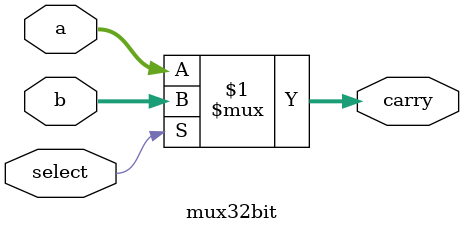
<source format=v>
`timescale 1ns / 1ns

//themux for the carry select adder
module mux32bit(select, a, b, carry);

input[31:0]		a, b;
input		select; //declare inputs a, b and c_in, 1 bit each
output[31:0]	carry; //declare outputs c_out and sum, 1 bit each

assign carry = select ? b:a;


endmodule
</source>
